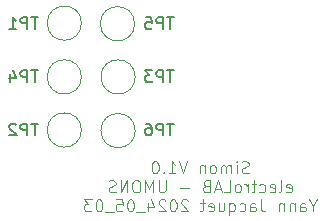
<source format=gbo>
G04 #@! TF.GenerationSoftware,KiCad,Pcbnew,8.0.2*
G04 #@! TF.CreationDate,2024-05-03T14:22:56+02:00*
G04 #@! TF.ProjectId,Simon elab V2,53696d6f-6e20-4656-9c61-622056322e6b,rev?*
G04 #@! TF.SameCoordinates,Original*
G04 #@! TF.FileFunction,Legend,Bot*
G04 #@! TF.FilePolarity,Positive*
%FSLAX46Y46*%
G04 Gerber Fmt 4.6, Leading zero omitted, Abs format (unit mm)*
G04 Created by KiCad (PCBNEW 8.0.2) date 2024-05-03 14:22:57*
%MOMM*%
%LPD*%
G01*
G04 APERTURE LIST*
%ADD10C,0.100000*%
%ADD11C,0.150000*%
%ADD12C,0.120000*%
%ADD13C,2.000000*%
%ADD14C,1.600000*%
%ADD15O,1.600000X1.600000*%
%ADD16R,1.600000X1.600000*%
%ADD17R,1.800000X1.800000*%
%ADD18C,1.800000*%
%ADD19R,3.000000X3.000000*%
%ADD20C,3.000000*%
%ADD21O,2.200000X3.500000*%
%ADD22R,1.500000X2.500000*%
%ADD23O,1.500000X2.500000*%
%ADD24R,2.000000X2.000000*%
%ADD25C,2.500000*%
G04 APERTURE END LIST*
D10*
X138095237Y-121104912D02*
X137952380Y-121152531D01*
X137952380Y-121152531D02*
X137714285Y-121152531D01*
X137714285Y-121152531D02*
X137619047Y-121104912D01*
X137619047Y-121104912D02*
X137571428Y-121057292D01*
X137571428Y-121057292D02*
X137523809Y-120962054D01*
X137523809Y-120962054D02*
X137523809Y-120866816D01*
X137523809Y-120866816D02*
X137571428Y-120771578D01*
X137571428Y-120771578D02*
X137619047Y-120723959D01*
X137619047Y-120723959D02*
X137714285Y-120676340D01*
X137714285Y-120676340D02*
X137904761Y-120628721D01*
X137904761Y-120628721D02*
X137999999Y-120581102D01*
X137999999Y-120581102D02*
X138047618Y-120533483D01*
X138047618Y-120533483D02*
X138095237Y-120438245D01*
X138095237Y-120438245D02*
X138095237Y-120343007D01*
X138095237Y-120343007D02*
X138047618Y-120247769D01*
X138047618Y-120247769D02*
X137999999Y-120200150D01*
X137999999Y-120200150D02*
X137904761Y-120152531D01*
X137904761Y-120152531D02*
X137666666Y-120152531D01*
X137666666Y-120152531D02*
X137523809Y-120200150D01*
X137095237Y-121152531D02*
X137095237Y-120485864D01*
X137095237Y-120152531D02*
X137142856Y-120200150D01*
X137142856Y-120200150D02*
X137095237Y-120247769D01*
X137095237Y-120247769D02*
X137047618Y-120200150D01*
X137047618Y-120200150D02*
X137095237Y-120152531D01*
X137095237Y-120152531D02*
X137095237Y-120247769D01*
X136619047Y-121152531D02*
X136619047Y-120485864D01*
X136619047Y-120581102D02*
X136571428Y-120533483D01*
X136571428Y-120533483D02*
X136476190Y-120485864D01*
X136476190Y-120485864D02*
X136333333Y-120485864D01*
X136333333Y-120485864D02*
X136238095Y-120533483D01*
X136238095Y-120533483D02*
X136190476Y-120628721D01*
X136190476Y-120628721D02*
X136190476Y-121152531D01*
X136190476Y-120628721D02*
X136142857Y-120533483D01*
X136142857Y-120533483D02*
X136047619Y-120485864D01*
X136047619Y-120485864D02*
X135904762Y-120485864D01*
X135904762Y-120485864D02*
X135809523Y-120533483D01*
X135809523Y-120533483D02*
X135761904Y-120628721D01*
X135761904Y-120628721D02*
X135761904Y-121152531D01*
X135142857Y-121152531D02*
X135238095Y-121104912D01*
X135238095Y-121104912D02*
X135285714Y-121057292D01*
X135285714Y-121057292D02*
X135333333Y-120962054D01*
X135333333Y-120962054D02*
X135333333Y-120676340D01*
X135333333Y-120676340D02*
X135285714Y-120581102D01*
X135285714Y-120581102D02*
X135238095Y-120533483D01*
X135238095Y-120533483D02*
X135142857Y-120485864D01*
X135142857Y-120485864D02*
X135000000Y-120485864D01*
X135000000Y-120485864D02*
X134904762Y-120533483D01*
X134904762Y-120533483D02*
X134857143Y-120581102D01*
X134857143Y-120581102D02*
X134809524Y-120676340D01*
X134809524Y-120676340D02*
X134809524Y-120962054D01*
X134809524Y-120962054D02*
X134857143Y-121057292D01*
X134857143Y-121057292D02*
X134904762Y-121104912D01*
X134904762Y-121104912D02*
X135000000Y-121152531D01*
X135000000Y-121152531D02*
X135142857Y-121152531D01*
X134380952Y-120485864D02*
X134380952Y-121152531D01*
X134380952Y-120581102D02*
X134333333Y-120533483D01*
X134333333Y-120533483D02*
X134238095Y-120485864D01*
X134238095Y-120485864D02*
X134095238Y-120485864D01*
X134095238Y-120485864D02*
X134000000Y-120533483D01*
X134000000Y-120533483D02*
X133952381Y-120628721D01*
X133952381Y-120628721D02*
X133952381Y-121152531D01*
X132857142Y-120152531D02*
X132523809Y-121152531D01*
X132523809Y-121152531D02*
X132190476Y-120152531D01*
X131333333Y-121152531D02*
X131904761Y-121152531D01*
X131619047Y-121152531D02*
X131619047Y-120152531D01*
X131619047Y-120152531D02*
X131714285Y-120295388D01*
X131714285Y-120295388D02*
X131809523Y-120390626D01*
X131809523Y-120390626D02*
X131904761Y-120438245D01*
X130904761Y-121057292D02*
X130857142Y-121104912D01*
X130857142Y-121104912D02*
X130904761Y-121152531D01*
X130904761Y-121152531D02*
X130952380Y-121104912D01*
X130952380Y-121104912D02*
X130904761Y-121057292D01*
X130904761Y-121057292D02*
X130904761Y-121152531D01*
X130238095Y-120152531D02*
X130142857Y-120152531D01*
X130142857Y-120152531D02*
X130047619Y-120200150D01*
X130047619Y-120200150D02*
X130000000Y-120247769D01*
X130000000Y-120247769D02*
X129952381Y-120343007D01*
X129952381Y-120343007D02*
X129904762Y-120533483D01*
X129904762Y-120533483D02*
X129904762Y-120771578D01*
X129904762Y-120771578D02*
X129952381Y-120962054D01*
X129952381Y-120962054D02*
X130000000Y-121057292D01*
X130000000Y-121057292D02*
X130047619Y-121104912D01*
X130047619Y-121104912D02*
X130142857Y-121152531D01*
X130142857Y-121152531D02*
X130238095Y-121152531D01*
X130238095Y-121152531D02*
X130333333Y-121104912D01*
X130333333Y-121104912D02*
X130380952Y-121057292D01*
X130380952Y-121057292D02*
X130428571Y-120962054D01*
X130428571Y-120962054D02*
X130476190Y-120771578D01*
X130476190Y-120771578D02*
X130476190Y-120533483D01*
X130476190Y-120533483D02*
X130428571Y-120343007D01*
X130428571Y-120343007D02*
X130380952Y-120247769D01*
X130380952Y-120247769D02*
X130333333Y-120200150D01*
X130333333Y-120200150D02*
X130238095Y-120152531D01*
X141309524Y-122714856D02*
X141404762Y-122762475D01*
X141404762Y-122762475D02*
X141595238Y-122762475D01*
X141595238Y-122762475D02*
X141690476Y-122714856D01*
X141690476Y-122714856D02*
X141738095Y-122619617D01*
X141738095Y-122619617D02*
X141738095Y-122238665D01*
X141738095Y-122238665D02*
X141690476Y-122143427D01*
X141690476Y-122143427D02*
X141595238Y-122095808D01*
X141595238Y-122095808D02*
X141404762Y-122095808D01*
X141404762Y-122095808D02*
X141309524Y-122143427D01*
X141309524Y-122143427D02*
X141261905Y-122238665D01*
X141261905Y-122238665D02*
X141261905Y-122333903D01*
X141261905Y-122333903D02*
X141738095Y-122429141D01*
X140690476Y-122762475D02*
X140785714Y-122714856D01*
X140785714Y-122714856D02*
X140833333Y-122619617D01*
X140833333Y-122619617D02*
X140833333Y-121762475D01*
X139928571Y-122714856D02*
X140023809Y-122762475D01*
X140023809Y-122762475D02*
X140214285Y-122762475D01*
X140214285Y-122762475D02*
X140309523Y-122714856D01*
X140309523Y-122714856D02*
X140357142Y-122619617D01*
X140357142Y-122619617D02*
X140357142Y-122238665D01*
X140357142Y-122238665D02*
X140309523Y-122143427D01*
X140309523Y-122143427D02*
X140214285Y-122095808D01*
X140214285Y-122095808D02*
X140023809Y-122095808D01*
X140023809Y-122095808D02*
X139928571Y-122143427D01*
X139928571Y-122143427D02*
X139880952Y-122238665D01*
X139880952Y-122238665D02*
X139880952Y-122333903D01*
X139880952Y-122333903D02*
X140357142Y-122429141D01*
X139023809Y-122714856D02*
X139119047Y-122762475D01*
X139119047Y-122762475D02*
X139309523Y-122762475D01*
X139309523Y-122762475D02*
X139404761Y-122714856D01*
X139404761Y-122714856D02*
X139452380Y-122667236D01*
X139452380Y-122667236D02*
X139499999Y-122571998D01*
X139499999Y-122571998D02*
X139499999Y-122286284D01*
X139499999Y-122286284D02*
X139452380Y-122191046D01*
X139452380Y-122191046D02*
X139404761Y-122143427D01*
X139404761Y-122143427D02*
X139309523Y-122095808D01*
X139309523Y-122095808D02*
X139119047Y-122095808D01*
X139119047Y-122095808D02*
X139023809Y-122143427D01*
X138738094Y-122095808D02*
X138357142Y-122095808D01*
X138595237Y-121762475D02*
X138595237Y-122619617D01*
X138595237Y-122619617D02*
X138547618Y-122714856D01*
X138547618Y-122714856D02*
X138452380Y-122762475D01*
X138452380Y-122762475D02*
X138357142Y-122762475D01*
X138023808Y-122762475D02*
X138023808Y-122095808D01*
X138023808Y-122286284D02*
X137976189Y-122191046D01*
X137976189Y-122191046D02*
X137928570Y-122143427D01*
X137928570Y-122143427D02*
X137833332Y-122095808D01*
X137833332Y-122095808D02*
X137738094Y-122095808D01*
X137261903Y-122762475D02*
X137357141Y-122714856D01*
X137357141Y-122714856D02*
X137404760Y-122667236D01*
X137404760Y-122667236D02*
X137452379Y-122571998D01*
X137452379Y-122571998D02*
X137452379Y-122286284D01*
X137452379Y-122286284D02*
X137404760Y-122191046D01*
X137404760Y-122191046D02*
X137357141Y-122143427D01*
X137357141Y-122143427D02*
X137261903Y-122095808D01*
X137261903Y-122095808D02*
X137119046Y-122095808D01*
X137119046Y-122095808D02*
X137023808Y-122143427D01*
X137023808Y-122143427D02*
X136976189Y-122191046D01*
X136976189Y-122191046D02*
X136928570Y-122286284D01*
X136928570Y-122286284D02*
X136928570Y-122571998D01*
X136928570Y-122571998D02*
X136976189Y-122667236D01*
X136976189Y-122667236D02*
X137023808Y-122714856D01*
X137023808Y-122714856D02*
X137119046Y-122762475D01*
X137119046Y-122762475D02*
X137261903Y-122762475D01*
X136023808Y-122762475D02*
X136499998Y-122762475D01*
X136499998Y-122762475D02*
X136499998Y-121762475D01*
X135738093Y-122476760D02*
X135261903Y-122476760D01*
X135833331Y-122762475D02*
X135499998Y-121762475D01*
X135499998Y-121762475D02*
X135166665Y-122762475D01*
X134499998Y-122238665D02*
X134357141Y-122286284D01*
X134357141Y-122286284D02*
X134309522Y-122333903D01*
X134309522Y-122333903D02*
X134261903Y-122429141D01*
X134261903Y-122429141D02*
X134261903Y-122571998D01*
X134261903Y-122571998D02*
X134309522Y-122667236D01*
X134309522Y-122667236D02*
X134357141Y-122714856D01*
X134357141Y-122714856D02*
X134452379Y-122762475D01*
X134452379Y-122762475D02*
X134833331Y-122762475D01*
X134833331Y-122762475D02*
X134833331Y-121762475D01*
X134833331Y-121762475D02*
X134499998Y-121762475D01*
X134499998Y-121762475D02*
X134404760Y-121810094D01*
X134404760Y-121810094D02*
X134357141Y-121857713D01*
X134357141Y-121857713D02*
X134309522Y-121952951D01*
X134309522Y-121952951D02*
X134309522Y-122048189D01*
X134309522Y-122048189D02*
X134357141Y-122143427D01*
X134357141Y-122143427D02*
X134404760Y-122191046D01*
X134404760Y-122191046D02*
X134499998Y-122238665D01*
X134499998Y-122238665D02*
X134833331Y-122238665D01*
X133071426Y-122381522D02*
X132309522Y-122381522D01*
X131071426Y-121762475D02*
X131071426Y-122571998D01*
X131071426Y-122571998D02*
X131023807Y-122667236D01*
X131023807Y-122667236D02*
X130976188Y-122714856D01*
X130976188Y-122714856D02*
X130880950Y-122762475D01*
X130880950Y-122762475D02*
X130690474Y-122762475D01*
X130690474Y-122762475D02*
X130595236Y-122714856D01*
X130595236Y-122714856D02*
X130547617Y-122667236D01*
X130547617Y-122667236D02*
X130499998Y-122571998D01*
X130499998Y-122571998D02*
X130499998Y-121762475D01*
X130023807Y-122762475D02*
X130023807Y-121762475D01*
X130023807Y-121762475D02*
X129690474Y-122476760D01*
X129690474Y-122476760D02*
X129357141Y-121762475D01*
X129357141Y-121762475D02*
X129357141Y-122762475D01*
X128690474Y-121762475D02*
X128499998Y-121762475D01*
X128499998Y-121762475D02*
X128404760Y-121810094D01*
X128404760Y-121810094D02*
X128309522Y-121905332D01*
X128309522Y-121905332D02*
X128261903Y-122095808D01*
X128261903Y-122095808D02*
X128261903Y-122429141D01*
X128261903Y-122429141D02*
X128309522Y-122619617D01*
X128309522Y-122619617D02*
X128404760Y-122714856D01*
X128404760Y-122714856D02*
X128499998Y-122762475D01*
X128499998Y-122762475D02*
X128690474Y-122762475D01*
X128690474Y-122762475D02*
X128785712Y-122714856D01*
X128785712Y-122714856D02*
X128880950Y-122619617D01*
X128880950Y-122619617D02*
X128928569Y-122429141D01*
X128928569Y-122429141D02*
X128928569Y-122095808D01*
X128928569Y-122095808D02*
X128880950Y-121905332D01*
X128880950Y-121905332D02*
X128785712Y-121810094D01*
X128785712Y-121810094D02*
X128690474Y-121762475D01*
X127833331Y-122762475D02*
X127833331Y-121762475D01*
X127833331Y-121762475D02*
X127261903Y-122762475D01*
X127261903Y-122762475D02*
X127261903Y-121762475D01*
X126833331Y-122714856D02*
X126690474Y-122762475D01*
X126690474Y-122762475D02*
X126452379Y-122762475D01*
X126452379Y-122762475D02*
X126357141Y-122714856D01*
X126357141Y-122714856D02*
X126309522Y-122667236D01*
X126309522Y-122667236D02*
X126261903Y-122571998D01*
X126261903Y-122571998D02*
X126261903Y-122476760D01*
X126261903Y-122476760D02*
X126309522Y-122381522D01*
X126309522Y-122381522D02*
X126357141Y-122333903D01*
X126357141Y-122333903D02*
X126452379Y-122286284D01*
X126452379Y-122286284D02*
X126642855Y-122238665D01*
X126642855Y-122238665D02*
X126738093Y-122191046D01*
X126738093Y-122191046D02*
X126785712Y-122143427D01*
X126785712Y-122143427D02*
X126833331Y-122048189D01*
X126833331Y-122048189D02*
X126833331Y-121952951D01*
X126833331Y-121952951D02*
X126785712Y-121857713D01*
X126785712Y-121857713D02*
X126738093Y-121810094D01*
X126738093Y-121810094D02*
X126642855Y-121762475D01*
X126642855Y-121762475D02*
X126404760Y-121762475D01*
X126404760Y-121762475D02*
X126261903Y-121810094D01*
X143571429Y-123896228D02*
X143571429Y-124372419D01*
X143904762Y-123372419D02*
X143571429Y-123896228D01*
X143571429Y-123896228D02*
X143238096Y-123372419D01*
X142476191Y-124372419D02*
X142476191Y-123848609D01*
X142476191Y-123848609D02*
X142523810Y-123753371D01*
X142523810Y-123753371D02*
X142619048Y-123705752D01*
X142619048Y-123705752D02*
X142809524Y-123705752D01*
X142809524Y-123705752D02*
X142904762Y-123753371D01*
X142476191Y-124324800D02*
X142571429Y-124372419D01*
X142571429Y-124372419D02*
X142809524Y-124372419D01*
X142809524Y-124372419D02*
X142904762Y-124324800D01*
X142904762Y-124324800D02*
X142952381Y-124229561D01*
X142952381Y-124229561D02*
X142952381Y-124134323D01*
X142952381Y-124134323D02*
X142904762Y-124039085D01*
X142904762Y-124039085D02*
X142809524Y-123991466D01*
X142809524Y-123991466D02*
X142571429Y-123991466D01*
X142571429Y-123991466D02*
X142476191Y-123943847D01*
X142000000Y-123705752D02*
X142000000Y-124372419D01*
X142000000Y-123800990D02*
X141952381Y-123753371D01*
X141952381Y-123753371D02*
X141857143Y-123705752D01*
X141857143Y-123705752D02*
X141714286Y-123705752D01*
X141714286Y-123705752D02*
X141619048Y-123753371D01*
X141619048Y-123753371D02*
X141571429Y-123848609D01*
X141571429Y-123848609D02*
X141571429Y-124372419D01*
X141095238Y-123705752D02*
X141095238Y-124372419D01*
X141095238Y-123800990D02*
X141047619Y-123753371D01*
X141047619Y-123753371D02*
X140952381Y-123705752D01*
X140952381Y-123705752D02*
X140809524Y-123705752D01*
X140809524Y-123705752D02*
X140714286Y-123753371D01*
X140714286Y-123753371D02*
X140666667Y-123848609D01*
X140666667Y-123848609D02*
X140666667Y-124372419D01*
X139142857Y-123372419D02*
X139142857Y-124086704D01*
X139142857Y-124086704D02*
X139190476Y-124229561D01*
X139190476Y-124229561D02*
X139285714Y-124324800D01*
X139285714Y-124324800D02*
X139428571Y-124372419D01*
X139428571Y-124372419D02*
X139523809Y-124372419D01*
X138238095Y-124372419D02*
X138238095Y-123848609D01*
X138238095Y-123848609D02*
X138285714Y-123753371D01*
X138285714Y-123753371D02*
X138380952Y-123705752D01*
X138380952Y-123705752D02*
X138571428Y-123705752D01*
X138571428Y-123705752D02*
X138666666Y-123753371D01*
X138238095Y-124324800D02*
X138333333Y-124372419D01*
X138333333Y-124372419D02*
X138571428Y-124372419D01*
X138571428Y-124372419D02*
X138666666Y-124324800D01*
X138666666Y-124324800D02*
X138714285Y-124229561D01*
X138714285Y-124229561D02*
X138714285Y-124134323D01*
X138714285Y-124134323D02*
X138666666Y-124039085D01*
X138666666Y-124039085D02*
X138571428Y-123991466D01*
X138571428Y-123991466D02*
X138333333Y-123991466D01*
X138333333Y-123991466D02*
X138238095Y-123943847D01*
X137333333Y-124324800D02*
X137428571Y-124372419D01*
X137428571Y-124372419D02*
X137619047Y-124372419D01*
X137619047Y-124372419D02*
X137714285Y-124324800D01*
X137714285Y-124324800D02*
X137761904Y-124277180D01*
X137761904Y-124277180D02*
X137809523Y-124181942D01*
X137809523Y-124181942D02*
X137809523Y-123896228D01*
X137809523Y-123896228D02*
X137761904Y-123800990D01*
X137761904Y-123800990D02*
X137714285Y-123753371D01*
X137714285Y-123753371D02*
X137619047Y-123705752D01*
X137619047Y-123705752D02*
X137428571Y-123705752D01*
X137428571Y-123705752D02*
X137333333Y-123753371D01*
X136476190Y-123705752D02*
X136476190Y-124705752D01*
X136476190Y-124324800D02*
X136571428Y-124372419D01*
X136571428Y-124372419D02*
X136761904Y-124372419D01*
X136761904Y-124372419D02*
X136857142Y-124324800D01*
X136857142Y-124324800D02*
X136904761Y-124277180D01*
X136904761Y-124277180D02*
X136952380Y-124181942D01*
X136952380Y-124181942D02*
X136952380Y-123896228D01*
X136952380Y-123896228D02*
X136904761Y-123800990D01*
X136904761Y-123800990D02*
X136857142Y-123753371D01*
X136857142Y-123753371D02*
X136761904Y-123705752D01*
X136761904Y-123705752D02*
X136571428Y-123705752D01*
X136571428Y-123705752D02*
X136476190Y-123753371D01*
X135571428Y-123705752D02*
X135571428Y-124372419D01*
X135999999Y-123705752D02*
X135999999Y-124229561D01*
X135999999Y-124229561D02*
X135952380Y-124324800D01*
X135952380Y-124324800D02*
X135857142Y-124372419D01*
X135857142Y-124372419D02*
X135714285Y-124372419D01*
X135714285Y-124372419D02*
X135619047Y-124324800D01*
X135619047Y-124324800D02*
X135571428Y-124277180D01*
X134714285Y-124324800D02*
X134809523Y-124372419D01*
X134809523Y-124372419D02*
X134999999Y-124372419D01*
X134999999Y-124372419D02*
X135095237Y-124324800D01*
X135095237Y-124324800D02*
X135142856Y-124229561D01*
X135142856Y-124229561D02*
X135142856Y-123848609D01*
X135142856Y-123848609D02*
X135095237Y-123753371D01*
X135095237Y-123753371D02*
X134999999Y-123705752D01*
X134999999Y-123705752D02*
X134809523Y-123705752D01*
X134809523Y-123705752D02*
X134714285Y-123753371D01*
X134714285Y-123753371D02*
X134666666Y-123848609D01*
X134666666Y-123848609D02*
X134666666Y-123943847D01*
X134666666Y-123943847D02*
X135142856Y-124039085D01*
X134380951Y-123705752D02*
X133999999Y-123705752D01*
X134238094Y-123372419D02*
X134238094Y-124229561D01*
X134238094Y-124229561D02*
X134190475Y-124324800D01*
X134190475Y-124324800D02*
X134095237Y-124372419D01*
X134095237Y-124372419D02*
X133999999Y-124372419D01*
X132952379Y-123467657D02*
X132904760Y-123420038D01*
X132904760Y-123420038D02*
X132809522Y-123372419D01*
X132809522Y-123372419D02*
X132571427Y-123372419D01*
X132571427Y-123372419D02*
X132476189Y-123420038D01*
X132476189Y-123420038D02*
X132428570Y-123467657D01*
X132428570Y-123467657D02*
X132380951Y-123562895D01*
X132380951Y-123562895D02*
X132380951Y-123658133D01*
X132380951Y-123658133D02*
X132428570Y-123800990D01*
X132428570Y-123800990D02*
X132999998Y-124372419D01*
X132999998Y-124372419D02*
X132380951Y-124372419D01*
X131761903Y-123372419D02*
X131666665Y-123372419D01*
X131666665Y-123372419D02*
X131571427Y-123420038D01*
X131571427Y-123420038D02*
X131523808Y-123467657D01*
X131523808Y-123467657D02*
X131476189Y-123562895D01*
X131476189Y-123562895D02*
X131428570Y-123753371D01*
X131428570Y-123753371D02*
X131428570Y-123991466D01*
X131428570Y-123991466D02*
X131476189Y-124181942D01*
X131476189Y-124181942D02*
X131523808Y-124277180D01*
X131523808Y-124277180D02*
X131571427Y-124324800D01*
X131571427Y-124324800D02*
X131666665Y-124372419D01*
X131666665Y-124372419D02*
X131761903Y-124372419D01*
X131761903Y-124372419D02*
X131857141Y-124324800D01*
X131857141Y-124324800D02*
X131904760Y-124277180D01*
X131904760Y-124277180D02*
X131952379Y-124181942D01*
X131952379Y-124181942D02*
X131999998Y-123991466D01*
X131999998Y-123991466D02*
X131999998Y-123753371D01*
X131999998Y-123753371D02*
X131952379Y-123562895D01*
X131952379Y-123562895D02*
X131904760Y-123467657D01*
X131904760Y-123467657D02*
X131857141Y-123420038D01*
X131857141Y-123420038D02*
X131761903Y-123372419D01*
X131047617Y-123467657D02*
X130999998Y-123420038D01*
X130999998Y-123420038D02*
X130904760Y-123372419D01*
X130904760Y-123372419D02*
X130666665Y-123372419D01*
X130666665Y-123372419D02*
X130571427Y-123420038D01*
X130571427Y-123420038D02*
X130523808Y-123467657D01*
X130523808Y-123467657D02*
X130476189Y-123562895D01*
X130476189Y-123562895D02*
X130476189Y-123658133D01*
X130476189Y-123658133D02*
X130523808Y-123800990D01*
X130523808Y-123800990D02*
X131095236Y-124372419D01*
X131095236Y-124372419D02*
X130476189Y-124372419D01*
X129619046Y-123705752D02*
X129619046Y-124372419D01*
X129857141Y-123324800D02*
X130095236Y-124039085D01*
X130095236Y-124039085D02*
X129476189Y-124039085D01*
X129333332Y-124467657D02*
X128571427Y-124467657D01*
X128142855Y-123372419D02*
X128047617Y-123372419D01*
X128047617Y-123372419D02*
X127952379Y-123420038D01*
X127952379Y-123420038D02*
X127904760Y-123467657D01*
X127904760Y-123467657D02*
X127857141Y-123562895D01*
X127857141Y-123562895D02*
X127809522Y-123753371D01*
X127809522Y-123753371D02*
X127809522Y-123991466D01*
X127809522Y-123991466D02*
X127857141Y-124181942D01*
X127857141Y-124181942D02*
X127904760Y-124277180D01*
X127904760Y-124277180D02*
X127952379Y-124324800D01*
X127952379Y-124324800D02*
X128047617Y-124372419D01*
X128047617Y-124372419D02*
X128142855Y-124372419D01*
X128142855Y-124372419D02*
X128238093Y-124324800D01*
X128238093Y-124324800D02*
X128285712Y-124277180D01*
X128285712Y-124277180D02*
X128333331Y-124181942D01*
X128333331Y-124181942D02*
X128380950Y-123991466D01*
X128380950Y-123991466D02*
X128380950Y-123753371D01*
X128380950Y-123753371D02*
X128333331Y-123562895D01*
X128333331Y-123562895D02*
X128285712Y-123467657D01*
X128285712Y-123467657D02*
X128238093Y-123420038D01*
X128238093Y-123420038D02*
X128142855Y-123372419D01*
X126904760Y-123372419D02*
X127380950Y-123372419D01*
X127380950Y-123372419D02*
X127428569Y-123848609D01*
X127428569Y-123848609D02*
X127380950Y-123800990D01*
X127380950Y-123800990D02*
X127285712Y-123753371D01*
X127285712Y-123753371D02*
X127047617Y-123753371D01*
X127047617Y-123753371D02*
X126952379Y-123800990D01*
X126952379Y-123800990D02*
X126904760Y-123848609D01*
X126904760Y-123848609D02*
X126857141Y-123943847D01*
X126857141Y-123943847D02*
X126857141Y-124181942D01*
X126857141Y-124181942D02*
X126904760Y-124277180D01*
X126904760Y-124277180D02*
X126952379Y-124324800D01*
X126952379Y-124324800D02*
X127047617Y-124372419D01*
X127047617Y-124372419D02*
X127285712Y-124372419D01*
X127285712Y-124372419D02*
X127380950Y-124324800D01*
X127380950Y-124324800D02*
X127428569Y-124277180D01*
X126666665Y-124467657D02*
X125904760Y-124467657D01*
X125476188Y-123372419D02*
X125380950Y-123372419D01*
X125380950Y-123372419D02*
X125285712Y-123420038D01*
X125285712Y-123420038D02*
X125238093Y-123467657D01*
X125238093Y-123467657D02*
X125190474Y-123562895D01*
X125190474Y-123562895D02*
X125142855Y-123753371D01*
X125142855Y-123753371D02*
X125142855Y-123991466D01*
X125142855Y-123991466D02*
X125190474Y-124181942D01*
X125190474Y-124181942D02*
X125238093Y-124277180D01*
X125238093Y-124277180D02*
X125285712Y-124324800D01*
X125285712Y-124324800D02*
X125380950Y-124372419D01*
X125380950Y-124372419D02*
X125476188Y-124372419D01*
X125476188Y-124372419D02*
X125571426Y-124324800D01*
X125571426Y-124324800D02*
X125619045Y-124277180D01*
X125619045Y-124277180D02*
X125666664Y-124181942D01*
X125666664Y-124181942D02*
X125714283Y-123991466D01*
X125714283Y-123991466D02*
X125714283Y-123753371D01*
X125714283Y-123753371D02*
X125666664Y-123562895D01*
X125666664Y-123562895D02*
X125619045Y-123467657D01*
X125619045Y-123467657D02*
X125571426Y-123420038D01*
X125571426Y-123420038D02*
X125476188Y-123372419D01*
X124809521Y-123372419D02*
X124190474Y-123372419D01*
X124190474Y-123372419D02*
X124523807Y-123753371D01*
X124523807Y-123753371D02*
X124380950Y-123753371D01*
X124380950Y-123753371D02*
X124285712Y-123800990D01*
X124285712Y-123800990D02*
X124238093Y-123848609D01*
X124238093Y-123848609D02*
X124190474Y-123943847D01*
X124190474Y-123943847D02*
X124190474Y-124181942D01*
X124190474Y-124181942D02*
X124238093Y-124277180D01*
X124238093Y-124277180D02*
X124285712Y-124324800D01*
X124285712Y-124324800D02*
X124380950Y-124372419D01*
X124380950Y-124372419D02*
X124666664Y-124372419D01*
X124666664Y-124372419D02*
X124761902Y-124324800D01*
X124761902Y-124324800D02*
X124809521Y-124277180D01*
D11*
X131761904Y-107954819D02*
X131190476Y-107954819D01*
X131476190Y-108954819D02*
X131476190Y-107954819D01*
X130857142Y-108954819D02*
X130857142Y-107954819D01*
X130857142Y-107954819D02*
X130476190Y-107954819D01*
X130476190Y-107954819D02*
X130380952Y-108002438D01*
X130380952Y-108002438D02*
X130333333Y-108050057D01*
X130333333Y-108050057D02*
X130285714Y-108145295D01*
X130285714Y-108145295D02*
X130285714Y-108288152D01*
X130285714Y-108288152D02*
X130333333Y-108383390D01*
X130333333Y-108383390D02*
X130380952Y-108431009D01*
X130380952Y-108431009D02*
X130476190Y-108478628D01*
X130476190Y-108478628D02*
X130857142Y-108478628D01*
X129380952Y-107954819D02*
X129857142Y-107954819D01*
X129857142Y-107954819D02*
X129904761Y-108431009D01*
X129904761Y-108431009D02*
X129857142Y-108383390D01*
X129857142Y-108383390D02*
X129761904Y-108335771D01*
X129761904Y-108335771D02*
X129523809Y-108335771D01*
X129523809Y-108335771D02*
X129428571Y-108383390D01*
X129428571Y-108383390D02*
X129380952Y-108431009D01*
X129380952Y-108431009D02*
X129333333Y-108526247D01*
X129333333Y-108526247D02*
X129333333Y-108764342D01*
X129333333Y-108764342D02*
X129380952Y-108859580D01*
X129380952Y-108859580D02*
X129428571Y-108907200D01*
X129428571Y-108907200D02*
X129523809Y-108954819D01*
X129523809Y-108954819D02*
X129761904Y-108954819D01*
X129761904Y-108954819D02*
X129857142Y-108907200D01*
X129857142Y-108907200D02*
X129904761Y-108859580D01*
X120261904Y-107954819D02*
X119690476Y-107954819D01*
X119976190Y-108954819D02*
X119976190Y-107954819D01*
X119357142Y-108954819D02*
X119357142Y-107954819D01*
X119357142Y-107954819D02*
X118976190Y-107954819D01*
X118976190Y-107954819D02*
X118880952Y-108002438D01*
X118880952Y-108002438D02*
X118833333Y-108050057D01*
X118833333Y-108050057D02*
X118785714Y-108145295D01*
X118785714Y-108145295D02*
X118785714Y-108288152D01*
X118785714Y-108288152D02*
X118833333Y-108383390D01*
X118833333Y-108383390D02*
X118880952Y-108431009D01*
X118880952Y-108431009D02*
X118976190Y-108478628D01*
X118976190Y-108478628D02*
X119357142Y-108478628D01*
X117833333Y-108954819D02*
X118404761Y-108954819D01*
X118119047Y-108954819D02*
X118119047Y-107954819D01*
X118119047Y-107954819D02*
X118214285Y-108097676D01*
X118214285Y-108097676D02*
X118309523Y-108192914D01*
X118309523Y-108192914D02*
X118404761Y-108240533D01*
X131761904Y-116954819D02*
X131190476Y-116954819D01*
X131476190Y-117954819D02*
X131476190Y-116954819D01*
X130857142Y-117954819D02*
X130857142Y-116954819D01*
X130857142Y-116954819D02*
X130476190Y-116954819D01*
X130476190Y-116954819D02*
X130380952Y-117002438D01*
X130380952Y-117002438D02*
X130333333Y-117050057D01*
X130333333Y-117050057D02*
X130285714Y-117145295D01*
X130285714Y-117145295D02*
X130285714Y-117288152D01*
X130285714Y-117288152D02*
X130333333Y-117383390D01*
X130333333Y-117383390D02*
X130380952Y-117431009D01*
X130380952Y-117431009D02*
X130476190Y-117478628D01*
X130476190Y-117478628D02*
X130857142Y-117478628D01*
X129428571Y-116954819D02*
X129619047Y-116954819D01*
X129619047Y-116954819D02*
X129714285Y-117002438D01*
X129714285Y-117002438D02*
X129761904Y-117050057D01*
X129761904Y-117050057D02*
X129857142Y-117192914D01*
X129857142Y-117192914D02*
X129904761Y-117383390D01*
X129904761Y-117383390D02*
X129904761Y-117764342D01*
X129904761Y-117764342D02*
X129857142Y-117859580D01*
X129857142Y-117859580D02*
X129809523Y-117907200D01*
X129809523Y-117907200D02*
X129714285Y-117954819D01*
X129714285Y-117954819D02*
X129523809Y-117954819D01*
X129523809Y-117954819D02*
X129428571Y-117907200D01*
X129428571Y-117907200D02*
X129380952Y-117859580D01*
X129380952Y-117859580D02*
X129333333Y-117764342D01*
X129333333Y-117764342D02*
X129333333Y-117526247D01*
X129333333Y-117526247D02*
X129380952Y-117431009D01*
X129380952Y-117431009D02*
X129428571Y-117383390D01*
X129428571Y-117383390D02*
X129523809Y-117335771D01*
X129523809Y-117335771D02*
X129714285Y-117335771D01*
X129714285Y-117335771D02*
X129809523Y-117383390D01*
X129809523Y-117383390D02*
X129857142Y-117431009D01*
X129857142Y-117431009D02*
X129904761Y-117526247D01*
X131761904Y-112454819D02*
X131190476Y-112454819D01*
X131476190Y-113454819D02*
X131476190Y-112454819D01*
X130857142Y-113454819D02*
X130857142Y-112454819D01*
X130857142Y-112454819D02*
X130476190Y-112454819D01*
X130476190Y-112454819D02*
X130380952Y-112502438D01*
X130380952Y-112502438D02*
X130333333Y-112550057D01*
X130333333Y-112550057D02*
X130285714Y-112645295D01*
X130285714Y-112645295D02*
X130285714Y-112788152D01*
X130285714Y-112788152D02*
X130333333Y-112883390D01*
X130333333Y-112883390D02*
X130380952Y-112931009D01*
X130380952Y-112931009D02*
X130476190Y-112978628D01*
X130476190Y-112978628D02*
X130857142Y-112978628D01*
X129952380Y-112454819D02*
X129333333Y-112454819D01*
X129333333Y-112454819D02*
X129666666Y-112835771D01*
X129666666Y-112835771D02*
X129523809Y-112835771D01*
X129523809Y-112835771D02*
X129428571Y-112883390D01*
X129428571Y-112883390D02*
X129380952Y-112931009D01*
X129380952Y-112931009D02*
X129333333Y-113026247D01*
X129333333Y-113026247D02*
X129333333Y-113264342D01*
X129333333Y-113264342D02*
X129380952Y-113359580D01*
X129380952Y-113359580D02*
X129428571Y-113407200D01*
X129428571Y-113407200D02*
X129523809Y-113454819D01*
X129523809Y-113454819D02*
X129809523Y-113454819D01*
X129809523Y-113454819D02*
X129904761Y-113407200D01*
X129904761Y-113407200D02*
X129952380Y-113359580D01*
X120261904Y-112454819D02*
X119690476Y-112454819D01*
X119976190Y-113454819D02*
X119976190Y-112454819D01*
X119357142Y-113454819D02*
X119357142Y-112454819D01*
X119357142Y-112454819D02*
X118976190Y-112454819D01*
X118976190Y-112454819D02*
X118880952Y-112502438D01*
X118880952Y-112502438D02*
X118833333Y-112550057D01*
X118833333Y-112550057D02*
X118785714Y-112645295D01*
X118785714Y-112645295D02*
X118785714Y-112788152D01*
X118785714Y-112788152D02*
X118833333Y-112883390D01*
X118833333Y-112883390D02*
X118880952Y-112931009D01*
X118880952Y-112931009D02*
X118976190Y-112978628D01*
X118976190Y-112978628D02*
X119357142Y-112978628D01*
X117928571Y-112788152D02*
X117928571Y-113454819D01*
X118166666Y-112407200D02*
X118404761Y-113121485D01*
X118404761Y-113121485D02*
X117785714Y-113121485D01*
X120261904Y-116954819D02*
X119690476Y-116954819D01*
X119976190Y-117954819D02*
X119976190Y-116954819D01*
X119357142Y-117954819D02*
X119357142Y-116954819D01*
X119357142Y-116954819D02*
X118976190Y-116954819D01*
X118976190Y-116954819D02*
X118880952Y-117002438D01*
X118880952Y-117002438D02*
X118833333Y-117050057D01*
X118833333Y-117050057D02*
X118785714Y-117145295D01*
X118785714Y-117145295D02*
X118785714Y-117288152D01*
X118785714Y-117288152D02*
X118833333Y-117383390D01*
X118833333Y-117383390D02*
X118880952Y-117431009D01*
X118880952Y-117431009D02*
X118976190Y-117478628D01*
X118976190Y-117478628D02*
X119357142Y-117478628D01*
X118404761Y-117050057D02*
X118357142Y-117002438D01*
X118357142Y-117002438D02*
X118261904Y-116954819D01*
X118261904Y-116954819D02*
X118023809Y-116954819D01*
X118023809Y-116954819D02*
X117928571Y-117002438D01*
X117928571Y-117002438D02*
X117880952Y-117050057D01*
X117880952Y-117050057D02*
X117833333Y-117145295D01*
X117833333Y-117145295D02*
X117833333Y-117240533D01*
X117833333Y-117240533D02*
X117880952Y-117383390D01*
X117880952Y-117383390D02*
X118452380Y-117954819D01*
X118452380Y-117954819D02*
X117833333Y-117954819D01*
D12*
X123950000Y-108450000D02*
G75*
G02*
X121050000Y-108450000I-1450000J0D01*
G01*
X121050000Y-108450000D02*
G75*
G02*
X123950000Y-108450000I1450000J0D01*
G01*
X128450000Y-108500000D02*
G75*
G02*
X125550000Y-108500000I-1450000J0D01*
G01*
X125550000Y-108500000D02*
G75*
G02*
X128450000Y-108500000I1450000J0D01*
G01*
X123950000Y-117500000D02*
G75*
G02*
X121050000Y-117500000I-1450000J0D01*
G01*
X121050000Y-117500000D02*
G75*
G02*
X123950000Y-117500000I1450000J0D01*
G01*
X123950000Y-113000000D02*
G75*
G02*
X121050000Y-113000000I-1450000J0D01*
G01*
X121050000Y-113000000D02*
G75*
G02*
X123950000Y-113000000I1450000J0D01*
G01*
X128500000Y-113000000D02*
G75*
G02*
X125600000Y-113000000I-1450000J0D01*
G01*
X125600000Y-113000000D02*
G75*
G02*
X128500000Y-113000000I1450000J0D01*
G01*
X128500000Y-117550000D02*
G75*
G02*
X125600000Y-117550000I-1450000J0D01*
G01*
X125600000Y-117550000D02*
G75*
G02*
X128500000Y-117550000I1450000J0D01*
G01*
%LPC*%
D13*
X144750000Y-133750000D03*
X151250000Y-133750000D03*
X144750000Y-138250000D03*
X151250000Y-138250000D03*
D14*
X116310000Y-120500000D03*
D15*
X108690000Y-120500000D03*
D16*
X120300000Y-136620000D03*
D15*
X120300000Y-134080000D03*
X120300000Y-131540000D03*
X120300000Y-129000000D03*
X112680000Y-129000000D03*
X112680000Y-131540000D03*
X112680000Y-134080000D03*
X112680000Y-136620000D03*
D14*
X128000000Y-136620000D03*
D15*
X128000000Y-129000000D03*
D17*
X108775000Y-127500000D03*
D18*
X106235000Y-127500000D03*
D13*
X144750000Y-101750000D03*
X151250000Y-101750000D03*
X144750000Y-106250000D03*
X151250000Y-106250000D03*
D17*
X144725000Y-113000000D03*
D18*
X147265000Y-113000000D03*
D13*
X101750000Y-101750000D03*
X108250000Y-101750000D03*
X101750000Y-106250000D03*
X108250000Y-106250000D03*
X101750000Y-133750000D03*
X108250000Y-133750000D03*
X101750000Y-138250000D03*
X108250000Y-138250000D03*
D17*
X147275000Y-127500000D03*
D18*
X144735000Y-127500000D03*
D14*
X151000000Y-123810000D03*
D15*
X151000000Y-116190000D03*
D19*
X114750000Y-113499999D03*
D20*
X135240000Y-113499999D03*
D17*
X105960000Y-113000000D03*
D18*
X108500000Y-113000000D03*
D21*
X120000000Y-102500000D03*
X111800000Y-102500000D03*
D22*
X117900000Y-102500000D03*
D23*
X115900000Y-102500000D03*
X113900000Y-102500000D03*
D14*
X102000000Y-116190000D03*
D15*
X102000000Y-123810000D03*
D14*
X124000000Y-129000000D03*
D15*
X124000000Y-136620000D03*
D24*
X136500000Y-130129215D03*
D13*
X136500000Y-135129215D03*
D25*
X122500000Y-108450000D03*
X127000000Y-108500000D03*
X122500000Y-117500000D03*
X122500000Y-113000000D03*
X127050000Y-113000000D03*
X127050000Y-117550000D03*
%LPD*%
M02*

</source>
